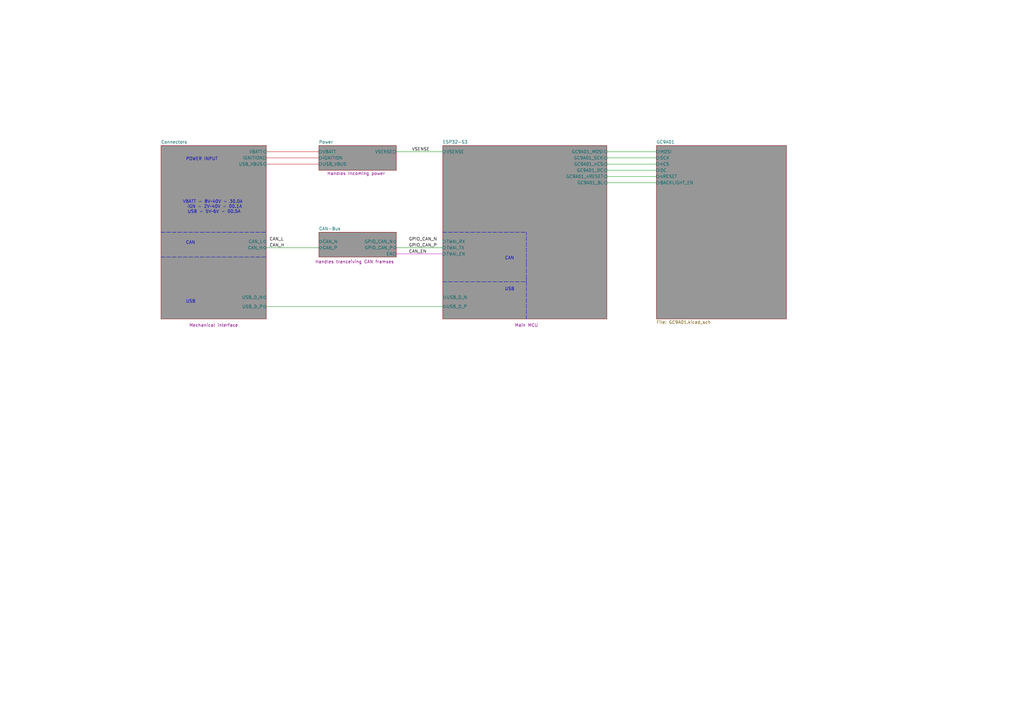
<source format=kicad_sch>
(kicad_sch (version 20211123) (generator eeschema)
  (paper "A3")
  (title_block (title "${Title}") (date "2022-06-24") (rev "${Revision}") (company "Connor Rigby") (comment 1 "https://github.com/miata-bot/can-link") (comment 2 "https://cone.codes"))
  (lib_symbols)
  (wire (pts (xy 109.22 125.73) (xy 181.61 125.73)) (stroke (width 0) (color 0 132 0 1)))
  (wire (pts (xy 248.92 67.31) (xy 269.24 67.31)))
  (polyline (pts (xy 66.04 95.25) (xy 109.22 95.25)))
  (wire (pts (xy 109.22 62.23) (xy 130.81 62.23)) (stroke (width 0) (color 194 0 0 1)))
  (polyline (pts (xy 215.9 114.3) (xy 215.9 115.57)))
  (wire (pts (xy 162.56 104.14) (xy 181.61 104.14)) (stroke (width 0) (color 194 0 194 1)))
  (polyline (pts (xy 215.9 114.3) (xy 215.9 107.95)))
  (wire (pts (xy 109.22 64.77) (xy 130.81 64.77)) (stroke (width 0) (color 194 0 0 1)))
  (polyline (pts (xy 66.04 105.41) (xy 109.22 105.41)))
  (wire (pts (xy 109.22 121.92) (xy 181.61 121.92)) (stroke (width 0) (color 255 255 255 1)))
  (wire (pts (xy 162.56 62.23) (xy 181.61 62.23)))
  (wire (pts (xy 109.22 67.31) (xy 130.81 67.31)) (stroke (width 0) (color 194 0 0 1)))
  (polyline (pts (xy 215.9 115.57) (xy 215.9 129.54)))
  (wire (pts (xy 248.92 74.93) (xy 269.24 74.93)))
  (wire (pts (xy 162.56 99.06) (xy 181.61 99.06)) (stroke (width 0) (color 255 255 255 1)))
  (polyline (pts (xy 215.9 129.54) (xy 215.9 130.81)))
  (wire (pts (xy 248.92 69.85) (xy 269.24 69.85)))
  (wire (pts (xy 248.92 72.39) (xy 269.24 72.39)))
  (wire (pts (xy 248.92 62.23) (xy 269.24 62.23)))
  (wire (pts (xy 109.22 101.6) (xy 130.81 101.6)) (stroke (width 0) (color 0 132 0 1)))
  (polyline (pts (xy 181.61 95.25) (xy 215.9 95.25)))
  (wire (pts (xy 109.22 99.06) (xy 130.81 99.06)) (stroke (width 0) (color 255 255 255 1)))
  (polyline (pts (xy 181.61 115.57) (xy 215.9 115.57)))
  (wire (pts (xy 162.56 101.6) (xy 181.61 101.6)) (stroke (width 0) (color 0 132 0 1)))
  (wire (pts (xy 248.92 64.77) (xy 269.24 64.77)))
  (polyline (pts (xy 215.9 107.95) (xy 215.9 95.25)))
  (text "CAN" (at 207.01 106.68 0) (effects (font (size 1.27 1.27)) (justify left bottom)))
  (text "USB" (at 76.2 124.46 0) (effects (font (size 1.27 1.27)) (justify left bottom)))
  (text "USB" (at 207.01 119.38 0) (effects (font (size 1.27 1.27)) (justify left bottom)))
  (text "CAN" (at 76.2 100.33 0) (effects (font (size 1.27 1.27)) (justify left bottom)))
  (text "POWER INPUT" (at 76.2 66.04 0) (effects (font (size 1.27 1.27)) (justify left bottom)))
  (text "VBATT - 8V~40V - 30.0A\n  IGN - 2V~40V - 00.1A\n  USB - 5V~6V - 00.5A" (at 74.93 87.63 0) (effects (font (size 1.27 1.27)) (justify left bottom)))
  (label "GPIO_CAN_P" (at 167.64 101.6 0))
  (label "GPIO_CAN_N" (at 167.64 99.06 0))
  (label "CAN_L" (at 110.49 99.06 0))
  (label "CAN_H" (at 110.49 101.6 0))
  (label "CAN_EN" (at 167.64 104.14 0))
  (label "VSENSE" (at 168.91 62.23 0))
  (sheet (at 269.24 59.69) (size 53.34 71.12) (stroke (width 0.1524)) (fill (color 72 72 72 0.5686))
    (property "Sheet name" "GC9A01" (at 269.24 58.9784 0) (effects (justify left bottom)))
    (property "Sheet file" "GC9A01.kicad_sch" (at 269.24 131.3946 0) (effects (justify left top)))
    (pin "MOSI" input (at 269.24 62.23 180))
    (pin "nRESET" input (at 269.24 72.39 180))
    (pin "DC" input (at 269.24 69.85 180))
    (pin "SCK" input (at 269.24 64.77 180))
    (pin "nCS" input (at 269.24 67.31 180))
    (pin "BACKLIGHT_EN" input (at 269.24 74.93 180))
  )
  (sheet (at 181.61 59.69) (size 67.31 71.12) (stroke (width 0.1524)) (fill (color 72 72 72 0.5700))
    (property "Sheet name" "ESP32-S3" (at 181.61 58.9784 0) (effects (justify left bottom)))
    (property "Sheet file" "ESP32-S3.kicad_sch" (effects hide))
    (property "Description" "Main MCU" (at 215.9 133.35 0))
    (pin "USB_D_N" bidirectional (at 181.61 121.92 180))
    (pin "USB_D_P" bidirectional (at 181.61 125.73 180))
    (pin "TWAI_RX" input (at 181.61 99.06 180))
    (pin "TWAI_TX" input (at 181.61 101.6 180))
    (pin "GC9A01_SCK" input (at 248.92 64.77 0))
    (pin "GC9A01_MOSI" input (at 248.92 62.23 0))
    (pin "GC9A01_nCS" input (at 248.92 67.31 0))
    (pin "GC9A01_DC" input (at 248.92 69.85 0))
    (pin "GC9A01_nRESET" input (at 248.92 72.39 0))
    (pin "GC9A01_BL" input (at 248.92 74.93 0))
    (pin "VSENSE" input (at 181.61 62.23 180))
    (pin "TWAI_EN" input (at 181.61 104.14 180))
  )
  (sheet (at 130.81 95.25) (size 31.75 10.16) (stroke (width 0.1524)) (fill (color 72 72 72 0.5686))
    (property "Sheet name" "CAN-Bus" (at 130.81 94.5384 0) (effects (justify left bottom)))
    (property "Sheet file" "CAN-Bus.kicad_sch" (effects hide))
    (property "Description" "Handles tranceiving CAN framses" (at 145.415 107.315 0))
    (pin "GPIO_CAN_P" bidirectional (at 162.56 101.6 0))
    (pin "EN" output (at 162.56 104.14 0))
    (pin "GPIO_CAN_N" bidirectional (at 162.56 99.06 0))
    (pin "CAN_P" bidirectional (at 130.81 101.6 180))
    (pin "CAN_N" bidirectional (at 130.81 99.06 180))
  )
  (sheet (at 66.04 59.69) (size 43.18 71.12) (stroke (width 0.1524)) (fill (color 72 72 72 0.5686))
    (property "Sheet name" "Connectors" (at 66.04 58.9784 0) (effects (justify left bottom)))
    (property "Sheet file" "Connectors.kicad_sch" (effects hide))
    (property "Description" "Mechanical interface" (at 87.63 133.35 0))
    (pin "CAN_H" bidirectional (at 109.22 101.6 0))
    (pin "CAN_L" bidirectional (at 109.22 99.06 0))
    (pin "VBATT" input (at 109.22 62.23 0))
    (pin "IGNITION" output (at 109.22 64.77 0))
    (pin "USB_D_N" bidirectional (at 109.22 121.92 0))
    (pin "USB_D_P" bidirectional (at 109.22 125.73 0))
    (pin "USB_VBUS" input (at 109.22 67.31 0))
  )
  (sheet (at 130.81 59.69) (size 31.75 10.16) (stroke (width 0.1524)) (fill (color 72 72 72 0.5686))
    (property "Sheet name" "Power" (at 130.81 58.9784 0) (effects (justify left bottom)))
    (property "Sheet file" "Power.kicad_sch" (effects hide))
    (property "Description" "Handles incoming power" (at 146.05 71.12 0))
    (pin "VSENSE" output (at 162.56 62.23 0))
    (pin "VBATT" input (at 130.81 62.23 180))
    (pin "IGNITION" input (at 130.81 64.77 180))
    (pin "USB_VBUS" input (at 130.81 67.31 180))
  )
)
</source>
